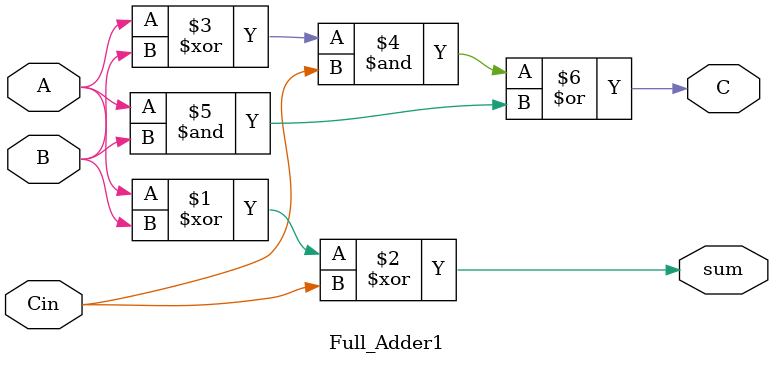
<source format=v>
module Full_Adder1(A,B,Cin,sum,C);                                                                            
input A,B,Cin;
output sum,C;

assign sum = A ^ B ^ Cin;
assign C = ((A ^ B)&Cin) | (A&B);
	
endmodule

</source>
